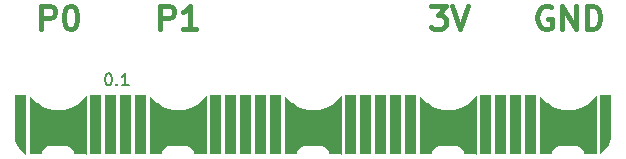
<source format=gto>
%TF.GenerationSoftware,KiCad,Pcbnew,9.0.6-9.0.6~ubuntu22.04.1*%
%TF.CreationDate,2026-01-23T17:02:03+00:00*%
%TF.ProjectId,vm_i2c_smtso_adaptor,766d5f69-3263-45f7-936d-74736f5f6164,0.1*%
%TF.SameCoordinates,Original*%
%TF.FileFunction,Legend,Top*%
%TF.FilePolarity,Positive*%
%FSLAX45Y45*%
G04 Gerber Fmt 4.5, Leading zero omitted, Abs format (unit mm)*
G04 Created by KiCad (PCBNEW 9.0.6-9.0.6~ubuntu22.04.1) date 2026-01-23 17:02:03*
%MOMM*%
%LPD*%
G01*
G04 APERTURE LIST*
%ADD10C,0.000000*%
%ADD11C,0.400000*%
%ADD12C,0.200000*%
G04 APERTURE END LIST*
D10*
G36*
X-2438400Y-570100D02*
G01*
X-2528400Y-570100D01*
X-2528400Y-270100D01*
X-2438400Y-270100D01*
X-2438400Y-570100D01*
G37*
G36*
X864600Y-673100D02*
G01*
X772600Y-673100D01*
X772600Y-167100D01*
X864600Y-167100D01*
X864600Y-673100D01*
G37*
G36*
X-786400Y-673100D02*
G01*
X-878400Y-673100D01*
X-878400Y-167100D01*
X-786400Y-167100D01*
X-786400Y-673100D01*
G37*
G36*
X737600Y-673100D02*
G01*
X645600Y-673100D01*
X645600Y-167100D01*
X737600Y-167100D01*
X737600Y-673100D01*
G37*
G36*
X-659400Y-673100D02*
G01*
X-751400Y-673100D01*
X-751400Y-167100D01*
X-659400Y-167100D01*
X-659400Y-673100D01*
G37*
G36*
X-1675400Y-673100D02*
G01*
X-1767400Y-673100D01*
X-1767400Y-167100D01*
X-1675400Y-167100D01*
X-1675400Y-673100D01*
G37*
G36*
X236100Y-651800D02*
G01*
X237900Y-672700D01*
X236100Y-672700D01*
X236100Y-680100D01*
X225800Y-672700D01*
X132600Y-672700D01*
X131600Y-665400D01*
X127700Y-651200D01*
X121200Y-637900D01*
X112300Y-626100D01*
X101500Y-616200D01*
X89000Y-608400D01*
X75200Y-603000D01*
X60800Y-600300D01*
X53400Y-600000D01*
X-67600Y-600000D01*
X-75000Y-600300D01*
X-89500Y-603000D01*
X-103200Y-608400D01*
X-115700Y-616200D01*
X-126600Y-626100D01*
X-135500Y-637900D01*
X-142000Y-651200D01*
X-145900Y-665400D01*
X-146900Y-672700D01*
X-247900Y-672700D01*
X-247400Y-623800D01*
X-248200Y-617500D01*
X-247000Y-604800D01*
X-246800Y-604200D01*
X-246800Y-177300D01*
X-198300Y-225700D01*
X-179800Y-242400D01*
X-138400Y-270100D01*
X-92400Y-289200D01*
X-43600Y-298900D01*
X-18700Y-300100D01*
X20900Y-300100D01*
X41000Y-299100D01*
X80600Y-291200D01*
X117800Y-275800D01*
X151400Y-253400D01*
X166300Y-239800D01*
X236100Y-170100D01*
X236100Y-651800D01*
G37*
G36*
X-1802400Y-673100D02*
G01*
X-1894400Y-673100D01*
X-1894400Y-167100D01*
X-1802400Y-167100D01*
X-1802400Y-673100D01*
G37*
G36*
X1626600Y-673100D02*
G01*
X1534600Y-673100D01*
X1534600Y-167100D01*
X1626600Y-167100D01*
X1626600Y-673100D01*
G37*
G36*
X1499600Y-673100D02*
G01*
X1407600Y-673100D01*
X1407600Y-167100D01*
X1499600Y-167100D01*
X1499600Y-673100D01*
G37*
G36*
X483600Y-673100D02*
G01*
X391600Y-673100D01*
X391600Y-167100D01*
X483600Y-167100D01*
X483600Y-673100D01*
G37*
G36*
X2514600Y-525100D02*
G01*
X2514600Y-538800D01*
X2509200Y-565600D01*
X2498800Y-590900D01*
X2483600Y-613600D01*
X2473900Y-623300D01*
X2424600Y-672600D01*
X2424600Y-167600D01*
X2514600Y-167600D01*
X2514600Y-525100D01*
G37*
G36*
X-1548400Y-673100D02*
G01*
X-1640400Y-673100D01*
X-1640400Y-167100D01*
X-1548400Y-167100D01*
X-1548400Y-673100D01*
G37*
G36*
X1379100Y-651800D02*
G01*
X1380900Y-672700D01*
X1379100Y-672700D01*
X1379100Y-680100D01*
X1367200Y-672700D01*
X1275600Y-672700D01*
X1274600Y-665400D01*
X1270700Y-651200D01*
X1264200Y-637900D01*
X1255300Y-626100D01*
X1244500Y-616200D01*
X1232000Y-608400D01*
X1218200Y-603000D01*
X1203800Y-600300D01*
X1196400Y-600000D01*
X1075400Y-600000D01*
X1068000Y-600300D01*
X1053500Y-603000D01*
X1039800Y-608400D01*
X1027300Y-616200D01*
X1016400Y-626100D01*
X1007500Y-637900D01*
X1001000Y-651200D01*
X997100Y-665400D01*
X996100Y-672700D01*
X896200Y-672700D01*
X895100Y-672700D01*
X895600Y-623800D01*
X894800Y-617500D01*
X896000Y-604800D01*
X896200Y-604200D01*
X896200Y-177300D01*
X944700Y-225700D01*
X963200Y-242400D01*
X1004600Y-270100D01*
X1050600Y-289200D01*
X1099400Y-298900D01*
X1124300Y-300100D01*
X1163900Y-300100D01*
X1184000Y-299100D01*
X1223600Y-291200D01*
X1260800Y-275800D01*
X1294400Y-253400D01*
X1309300Y-239800D01*
X1379100Y-170100D01*
X1379100Y-651800D01*
G37*
G36*
X1753600Y-673100D02*
G01*
X1661600Y-673100D01*
X1661600Y-167100D01*
X1753600Y-167100D01*
X1753600Y-673100D01*
G37*
G36*
X1880600Y-673100D02*
G01*
X1788600Y-673100D01*
X1788600Y-167100D01*
X1880600Y-167100D01*
X1880600Y-673100D01*
G37*
G36*
X-1421400Y-673100D02*
G01*
X-1513400Y-673100D01*
X-1513400Y-167100D01*
X-1421400Y-167100D01*
X-1421400Y-673100D01*
G37*
G36*
X-906900Y-651800D02*
G01*
X-905100Y-672700D01*
X-1010400Y-672700D01*
X-1011400Y-665400D01*
X-1015300Y-651200D01*
X-1021800Y-637900D01*
X-1030700Y-626100D01*
X-1041500Y-616200D01*
X-1054000Y-608400D01*
X-1067800Y-603000D01*
X-1082200Y-600300D01*
X-1089600Y-600000D01*
X-1210600Y-600000D01*
X-1218000Y-600300D01*
X-1232500Y-603000D01*
X-1234500Y-603800D01*
X-1249100Y-610200D01*
X-1258700Y-616200D01*
X-1269600Y-626100D01*
X-1278500Y-637900D01*
X-1285000Y-651200D01*
X-1288900Y-665400D01*
X-1289900Y-672700D01*
X-1390900Y-672700D01*
X-1390400Y-623800D01*
X-1391200Y-617500D01*
X-1390000Y-604800D01*
X-1386900Y-595100D01*
X-1386900Y-180100D01*
X-1341300Y-225700D01*
X-1322800Y-242400D01*
X-1281400Y-270100D01*
X-1235400Y-289200D01*
X-1186600Y-298900D01*
X-1161700Y-300100D01*
X-1122100Y-300100D01*
X-1102000Y-299100D01*
X-1062400Y-291200D01*
X-1025200Y-275800D01*
X-991600Y-253400D01*
X-976700Y-239800D01*
X-906900Y-170100D01*
X-906900Y-651800D01*
G37*
G36*
X-1922900Y-651800D02*
G01*
X-1921100Y-672700D01*
X-1922900Y-672700D01*
X-1922900Y-680100D01*
X-1937100Y-672700D01*
X-2026400Y-672700D01*
X-2027400Y-665400D01*
X-2031300Y-651200D01*
X-2037800Y-637900D01*
X-2046700Y-626100D01*
X-2057500Y-616200D01*
X-2070000Y-608400D01*
X-2083800Y-603000D01*
X-2098200Y-600300D01*
X-2105600Y-600000D01*
X-2226600Y-600000D01*
X-2234000Y-600300D01*
X-2248500Y-603000D01*
X-2250500Y-603800D01*
X-2265100Y-610200D01*
X-2274700Y-616200D01*
X-2285600Y-626100D01*
X-2294500Y-637900D01*
X-2301000Y-651200D01*
X-2304900Y-665400D01*
X-2305900Y-672700D01*
X-2406900Y-672700D01*
X-2406400Y-623800D01*
X-2407200Y-617500D01*
X-2406000Y-604800D01*
X-2402900Y-595100D01*
X-2402900Y-180100D01*
X-2357300Y-225700D01*
X-2338800Y-242400D01*
X-2297400Y-270100D01*
X-2251400Y-289200D01*
X-2202600Y-298900D01*
X-2177700Y-300100D01*
X-2138100Y-300100D01*
X-2118000Y-299100D01*
X-2078400Y-291200D01*
X-2041200Y-275800D01*
X-2007600Y-253400D01*
X-1992700Y-239800D01*
X-1922900Y-170100D01*
X-1922900Y-651800D01*
G37*
G36*
X2395100Y-651800D02*
G01*
X2396900Y-672700D01*
X2291600Y-672700D01*
X2290600Y-665400D01*
X2286700Y-651200D01*
X2280200Y-637900D01*
X2271300Y-626100D01*
X2260500Y-616200D01*
X2248000Y-608400D01*
X2234200Y-603000D01*
X2219800Y-600300D01*
X2212400Y-600000D01*
X2091400Y-600000D01*
X2084000Y-600300D01*
X2069500Y-603000D01*
X2055800Y-608400D01*
X2043300Y-616200D01*
X2032400Y-626100D01*
X2023500Y-637900D01*
X2017000Y-651200D01*
X2013100Y-665400D01*
X2012100Y-672700D01*
X1911300Y-672700D01*
X1910800Y-673000D01*
X1910800Y-175800D01*
X1960700Y-225700D01*
X1979200Y-242400D01*
X2020600Y-270100D01*
X2066600Y-289200D01*
X2115400Y-298900D01*
X2140300Y-300100D01*
X2179900Y-300100D01*
X2200000Y-299100D01*
X2239600Y-291200D01*
X2276800Y-275800D01*
X2310400Y-253400D01*
X2325300Y-239800D01*
X2395100Y-170100D01*
X2395100Y-651800D01*
G37*
G36*
X-405400Y-673100D02*
G01*
X-497400Y-673100D01*
X-497400Y-167100D01*
X-405400Y-167100D01*
X-405400Y-673100D01*
G37*
G36*
X-2441300Y-678600D02*
G01*
X-2490700Y-629300D01*
X-2500300Y-619600D01*
X-2515500Y-596900D01*
X-2526000Y-571600D01*
X-2531300Y-544800D01*
X-2531300Y-531100D01*
X-2531300Y-173600D01*
X-2441300Y-173600D01*
X-2441300Y-678600D01*
G37*
G36*
X610600Y-673100D02*
G01*
X518600Y-673100D01*
X518600Y-167100D01*
X610600Y-167100D01*
X610600Y-673100D01*
G37*
G36*
X356600Y-673100D02*
G01*
X264600Y-673100D01*
X264600Y-167100D01*
X356600Y-167100D01*
X356600Y-673100D01*
G37*
G36*
X-532400Y-673100D02*
G01*
X-624400Y-673100D01*
X-624400Y-167100D01*
X-532400Y-167100D01*
X-532400Y-673100D01*
G37*
G36*
X2514600Y-545100D02*
G01*
X2424600Y-545100D01*
X2424600Y-295100D01*
X2514600Y-295100D01*
X2514600Y-545100D01*
G37*
G36*
X-278400Y-673100D02*
G01*
X-370400Y-673100D01*
X-370400Y-167100D01*
X-278400Y-167100D01*
X-278400Y-673100D01*
G37*
D11*
X-1300619Y386556D02*
X-1300619Y586556D01*
X-1300619Y586556D02*
X-1224429Y586556D01*
X-1224429Y586556D02*
X-1205381Y577032D01*
X-1205381Y577032D02*
X-1195857Y567509D01*
X-1195857Y567509D02*
X-1186333Y548461D01*
X-1186333Y548461D02*
X-1186333Y519890D01*
X-1186333Y519890D02*
X-1195857Y500842D01*
X-1195857Y500842D02*
X-1205381Y491318D01*
X-1205381Y491318D02*
X-1224429Y481794D01*
X-1224429Y481794D02*
X-1300619Y481794D01*
X-995857Y386556D02*
X-1110143Y386556D01*
X-1053000Y386556D02*
X-1053000Y586556D01*
X-1053000Y586556D02*
X-1072048Y557985D01*
X-1072048Y557985D02*
X-1091095Y538937D01*
X-1091095Y538937D02*
X-1110143Y529413D01*
X990619Y586556D02*
X1114429Y586556D01*
X1114429Y586556D02*
X1047762Y510366D01*
X1047762Y510366D02*
X1076333Y510366D01*
X1076333Y510366D02*
X1095381Y500842D01*
X1095381Y500842D02*
X1104905Y491318D01*
X1104905Y491318D02*
X1114429Y472270D01*
X1114429Y472270D02*
X1114429Y424651D01*
X1114429Y424651D02*
X1104905Y405604D01*
X1104905Y405604D02*
X1095381Y396080D01*
X1095381Y396080D02*
X1076333Y386556D01*
X1076333Y386556D02*
X1019190Y386556D01*
X1019190Y386556D02*
X1000143Y396080D01*
X1000143Y396080D02*
X990619Y405604D01*
X1171571Y586556D02*
X1238238Y386556D01*
X1238238Y386556D02*
X1304905Y586556D01*
X2006619Y577032D02*
X1987571Y586556D01*
X1987571Y586556D02*
X1959000Y586556D01*
X1959000Y586556D02*
X1930428Y577032D01*
X1930428Y577032D02*
X1911381Y557985D01*
X1911381Y557985D02*
X1901857Y538937D01*
X1901857Y538937D02*
X1892333Y500842D01*
X1892333Y500842D02*
X1892333Y472270D01*
X1892333Y472270D02*
X1901857Y434175D01*
X1901857Y434175D02*
X1911381Y415128D01*
X1911381Y415128D02*
X1930428Y396080D01*
X1930428Y396080D02*
X1959000Y386556D01*
X1959000Y386556D02*
X1978048Y386556D01*
X1978048Y386556D02*
X2006619Y396080D01*
X2006619Y396080D02*
X2016143Y405604D01*
X2016143Y405604D02*
X2016143Y472270D01*
X2016143Y472270D02*
X1978048Y472270D01*
X2101857Y386556D02*
X2101857Y586556D01*
X2101857Y586556D02*
X2216143Y386556D01*
X2216143Y386556D02*
X2216143Y586556D01*
X2311381Y386556D02*
X2311381Y586556D01*
X2311381Y586556D02*
X2359000Y586556D01*
X2359000Y586556D02*
X2387571Y577032D01*
X2387571Y577032D02*
X2406619Y557985D01*
X2406619Y557985D02*
X2416143Y538937D01*
X2416143Y538937D02*
X2425667Y500842D01*
X2425667Y500842D02*
X2425667Y472270D01*
X2425667Y472270D02*
X2416143Y434175D01*
X2416143Y434175D02*
X2406619Y415128D01*
X2406619Y415128D02*
X2387571Y396080D01*
X2387571Y396080D02*
X2359000Y386556D01*
X2359000Y386556D02*
X2311381Y386556D01*
D12*
X-1743985Y13278D02*
X-1734461Y13278D01*
X-1734461Y13278D02*
X-1724937Y8516D01*
X-1724937Y8516D02*
X-1720176Y3754D01*
X-1720176Y3754D02*
X-1715414Y-5769D01*
X-1715414Y-5769D02*
X-1710652Y-24817D01*
X-1710652Y-24817D02*
X-1710652Y-48627D01*
X-1710652Y-48627D02*
X-1715414Y-67674D01*
X-1715414Y-67674D02*
X-1720176Y-77198D01*
X-1720176Y-77198D02*
X-1724937Y-81960D01*
X-1724937Y-81960D02*
X-1734461Y-86722D01*
X-1734461Y-86722D02*
X-1743985Y-86722D01*
X-1743985Y-86722D02*
X-1753509Y-81960D01*
X-1753509Y-81960D02*
X-1758271Y-77198D01*
X-1758271Y-77198D02*
X-1763033Y-67674D01*
X-1763033Y-67674D02*
X-1767795Y-48627D01*
X-1767795Y-48627D02*
X-1767795Y-24817D01*
X-1767795Y-24817D02*
X-1763033Y-5769D01*
X-1763033Y-5769D02*
X-1758271Y3754D01*
X-1758271Y3754D02*
X-1753509Y8516D01*
X-1753509Y8516D02*
X-1743985Y13278D01*
X-1667795Y-77198D02*
X-1663033Y-81960D01*
X-1663033Y-81960D02*
X-1667795Y-86722D01*
X-1667795Y-86722D02*
X-1672556Y-81960D01*
X-1672556Y-81960D02*
X-1667795Y-77198D01*
X-1667795Y-77198D02*
X-1667795Y-86722D01*
X-1567795Y-86722D02*
X-1624937Y-86722D01*
X-1596366Y-86722D02*
X-1596366Y13278D01*
X-1596366Y13278D02*
X-1605890Y-1008D01*
X-1605890Y-1008D02*
X-1615414Y-10531D01*
X-1615414Y-10531D02*
X-1624937Y-15293D01*
D11*
X-2306619Y386556D02*
X-2306619Y586556D01*
X-2306619Y586556D02*
X-2230429Y586556D01*
X-2230429Y586556D02*
X-2211381Y577032D01*
X-2211381Y577032D02*
X-2201857Y567509D01*
X-2201857Y567509D02*
X-2192333Y548461D01*
X-2192333Y548461D02*
X-2192333Y519890D01*
X-2192333Y519890D02*
X-2201857Y500842D01*
X-2201857Y500842D02*
X-2211381Y491318D01*
X-2211381Y491318D02*
X-2230429Y481794D01*
X-2230429Y481794D02*
X-2306619Y481794D01*
X-2068524Y586556D02*
X-2049476Y586556D01*
X-2049476Y586556D02*
X-2030429Y577032D01*
X-2030429Y577032D02*
X-2020905Y567509D01*
X-2020905Y567509D02*
X-2011381Y548461D01*
X-2011381Y548461D02*
X-2001857Y510366D01*
X-2001857Y510366D02*
X-2001857Y462747D01*
X-2001857Y462747D02*
X-2011381Y424651D01*
X-2011381Y424651D02*
X-2020905Y405604D01*
X-2020905Y405604D02*
X-2030429Y396080D01*
X-2030429Y396080D02*
X-2049476Y386556D01*
X-2049476Y386556D02*
X-2068524Y386556D01*
X-2068524Y386556D02*
X-2087571Y396080D01*
X-2087571Y396080D02*
X-2097095Y405604D01*
X-2097095Y405604D02*
X-2106619Y424651D01*
X-2106619Y424651D02*
X-2116143Y462747D01*
X-2116143Y462747D02*
X-2116143Y510366D01*
X-2116143Y510366D02*
X-2106619Y548461D01*
X-2106619Y548461D02*
X-2097095Y567509D01*
X-2097095Y567509D02*
X-2087571Y577032D01*
X-2087571Y577032D02*
X-2068524Y586556D01*
M02*

</source>
